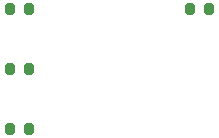
<source format=gbr>
%TF.GenerationSoftware,KiCad,Pcbnew,7.0.10*%
%TF.CreationDate,2024-01-31T19:13:49+09:00*%
%TF.ProjectId,test-smd,74657374-2d73-46d6-942e-6b696361645f,rev?*%
%TF.SameCoordinates,Original*%
%TF.FileFunction,Paste,Top*%
%TF.FilePolarity,Positive*%
%FSLAX46Y46*%
G04 Gerber Fmt 4.6, Leading zero omitted, Abs format (unit mm)*
G04 Created by KiCad (PCBNEW 7.0.10) date 2024-01-31 19:13:49*
%MOMM*%
%LPD*%
G01*
G04 APERTURE LIST*
G04 Aperture macros list*
%AMRoundRect*
0 Rectangle with rounded corners*
0 $1 Rounding radius*
0 $2 $3 $4 $5 $6 $7 $8 $9 X,Y pos of 4 corners*
0 Add a 4 corners polygon primitive as box body*
4,1,4,$2,$3,$4,$5,$6,$7,$8,$9,$2,$3,0*
0 Add four circle primitives for the rounded corners*
1,1,$1+$1,$2,$3*
1,1,$1+$1,$4,$5*
1,1,$1+$1,$6,$7*
1,1,$1+$1,$8,$9*
0 Add four rect primitives between the rounded corners*
20,1,$1+$1,$2,$3,$4,$5,0*
20,1,$1+$1,$4,$5,$6,$7,0*
20,1,$1+$1,$6,$7,$8,$9,0*
20,1,$1+$1,$8,$9,$2,$3,0*%
G04 Aperture macros list end*
%ADD10RoundRect,0.200000X0.200000X0.275000X-0.200000X0.275000X-0.200000X-0.275000X0.200000X-0.275000X0*%
%ADD11RoundRect,0.200000X-0.200000X-0.275000X0.200000X-0.275000X0.200000X0.275000X-0.200000X0.275000X0*%
G04 APERTURE END LIST*
D10*
%TO.C,R1*%
X115125000Y-60960000D03*
X113475000Y-60960000D03*
%TD*%
D11*
%TO.C,R4*%
X128715000Y-60960000D03*
X130365000Y-60960000D03*
%TD*%
D10*
%TO.C,R3*%
X115125000Y-71120000D03*
X113475000Y-71120000D03*
%TD*%
%TO.C,R2*%
X115125000Y-66040000D03*
X113475000Y-66040000D03*
%TD*%
M02*

</source>
